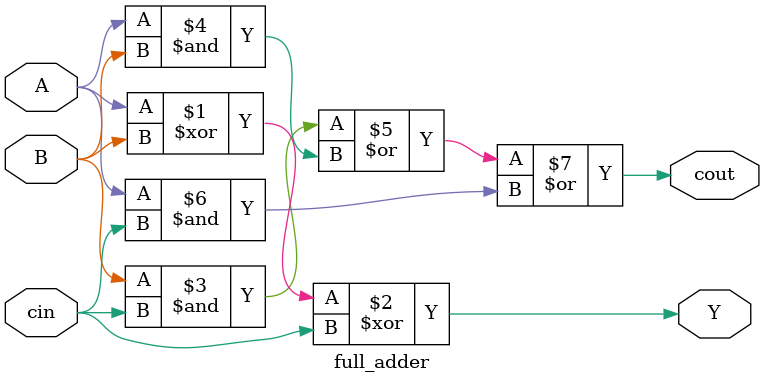
<source format=v>
module full_adder(
    input A, B, cin,
    output Y, cout
);

    assign Y = (A ^ B ^ cin);
    assign cout = (B & cin) |
                  (A & B) |
                  (A & cin);
                  
endmodule
</source>
